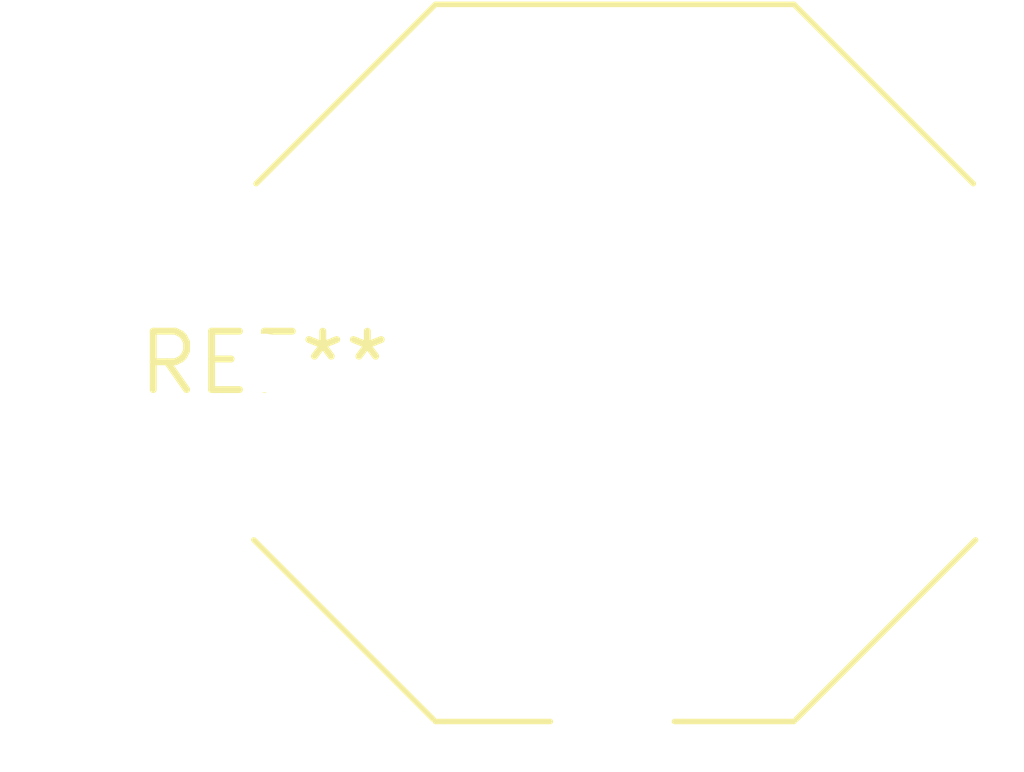
<source format=kicad_pcb>
(kicad_pcb (version 20240108) (generator pcbnew)
  (layers (0 "F.Cu" signal) (31 "B.Cu" signal) (34 "B.Paste" user) (35 "F.Paste" user) (36 "B.SilkS" user "B.Silkscreen") (37 "F.SilkS" user "F.Silkscreen") (38 "B.Mask" user) (39 "F.Mask" user) (44 "Edge.Cuts" user))
  (net 0 "")
  (footprint "L_SELF1408" (layer "F.Cu") (at 0 0)
    (property "Reference" "REF**")
    (property "Value" "L_SELF1408")
    (fp_line (start -0.18 -3.9) (end 3.72 -7.8) (layer "F.SilkS") (stroke (width 0.12)))
    (fp_line (start 3.67 7.75) (end -0.23 3.85) (layer "F.SilkS") (stroke (width 0.12)))
    (fp_line (start 3.72 -7.8) (end 11.52 -7.8) (layer "F.SilkS") (stroke (width 0.12)))
    (fp_line (start 6.22 7.8) (end 3.72 7.8) (layer "F.SilkS") (stroke (width 0.12)))
    (fp_line (start 11.52 -7.8) (end 15.42 -3.9) (layer "F.SilkS") (stroke (width 0.12)))
    (fp_line (start 11.52 7.8) (end 8.92 7.8) (layer "F.SilkS") (stroke (width 0.12)))
    (fp_line (start 15.47 3.85) (end 11.57 7.75) (layer "F.SilkS") (stroke (width 0.12)))
    (pad "0" thru_hole circle (at 7.62 7.62) (size 2.03 2.03) (drill 1.27) (layers *.Cu *.Mask) (remove_unused_layers))
    (pad "1" thru_hole circle (at 0 0) (size 2.03 2.03) (drill 1.27) (layers *.Cu *.Mask) (remove_unused_layers))
    (pad "1" thru_hole circle (at 2.54 -2.54) (size 2.03 2.03) (drill 1.27) (layers *.Cu *.Mask) (remove_unused_layers))
    (pad "1" thru_hole circle (at 2.54 2.54) (size 2.03 2.03) (drill 1.27) (layers *.Cu *.Mask) (remove_unused_layers))
    (pad "2" thru_hole circle (at 12.7 -2.54) (size 2.03 2.03) (drill 1.27) (layers *.Cu *.Mask) (remove_unused_layers))
    (pad "2" thru_hole circle (at 12.7 2.54) (size 2.03 2.03) (drill 1.27) (layers *.Cu *.Mask) (remove_unused_layers))
    (pad "2" thru_hole circle (at 15.24 0) (size 2.03 2.03) (drill 1.27) (layers *.Cu *.Mask) (remove_unused_layers))
  )
)
</source>
